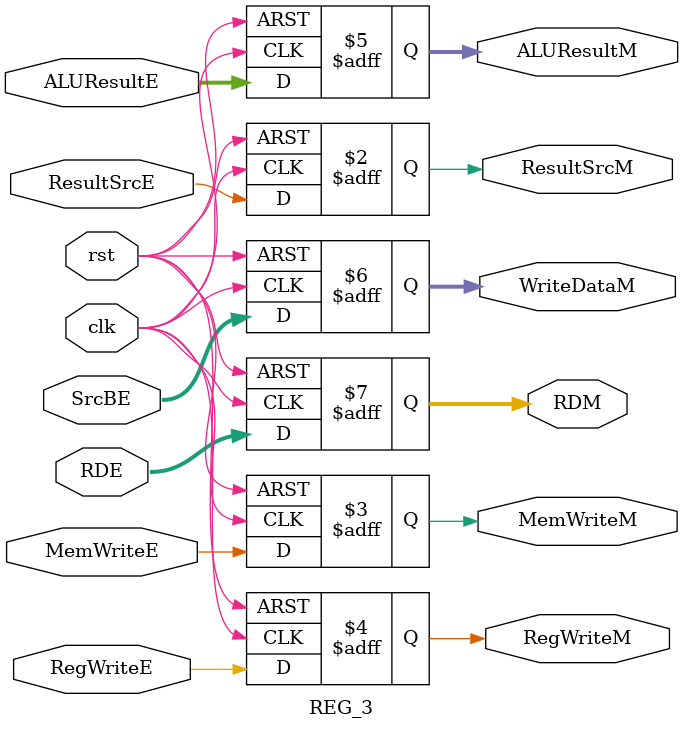
<source format=v>
`timescale 1ns / 1ps
module REG_3(
    input clk,rst,
    input ResultSrcE, MemWriteE, RegWriteE,
    input [31:0] ALUResultE,
    input [31:0] SrcBE,
    input [4:0] RDE,
    output reg ResultSrcM, MemWriteM, RegWriteM,
    output reg [31:0] ALUResultM,
    output reg [31:0] WriteDataM,
    output reg [4:0] RDM
);

    always @(posedge clk or posedge rst) begin
        if (rst) begin
            RegWriteM <= 0;
            ResultSrcM <= 0;
            MemWriteM <= 0;
            ALUResultM <= 0;
            WriteDataM <= 0;
            RDM <= 0;
        end else begin
            RegWriteM <= RegWriteE;
            ResultSrcM <= ResultSrcE;
            MemWriteM <= MemWriteE;
            ALUResultM <= ALUResultE;
            WriteDataM <= SrcBE;
            RDM <= RDE;
        end
    end

endmodule

</source>
